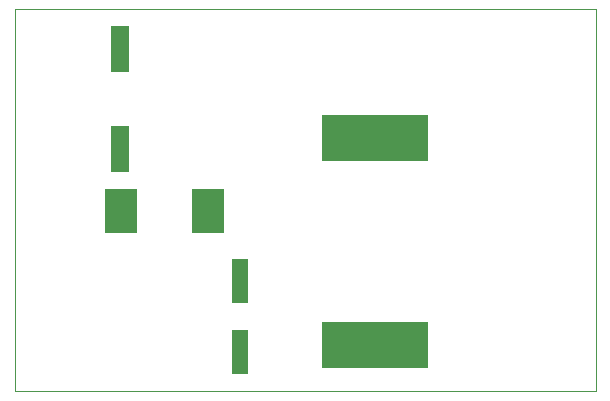
<source format=gtp>
G75*
%MOIN*%
%OFA0B0*%
%FSLAX24Y24*%
%IPPOS*%
%LPD*%
%AMOC8*
5,1,8,0,0,1.08239X$1,22.5*
%
%ADD10C,0.0000*%
%ADD11R,0.1102X0.1496*%
%ADD12R,0.0630X0.1535*%
%ADD13R,0.0551X0.1496*%
%ADD14R,0.3543X0.1575*%
D10*
X000680Y000680D02*
X000680Y013426D01*
X020050Y013426D01*
X020050Y000680D01*
X000680Y000680D01*
D11*
X004223Y006680D03*
X007137Y006680D03*
D12*
X004180Y008757D03*
X004180Y012103D03*
D13*
X008180Y004361D03*
X008180Y001999D03*
D14*
X012680Y002239D03*
X012680Y009113D03*
M02*

</source>
